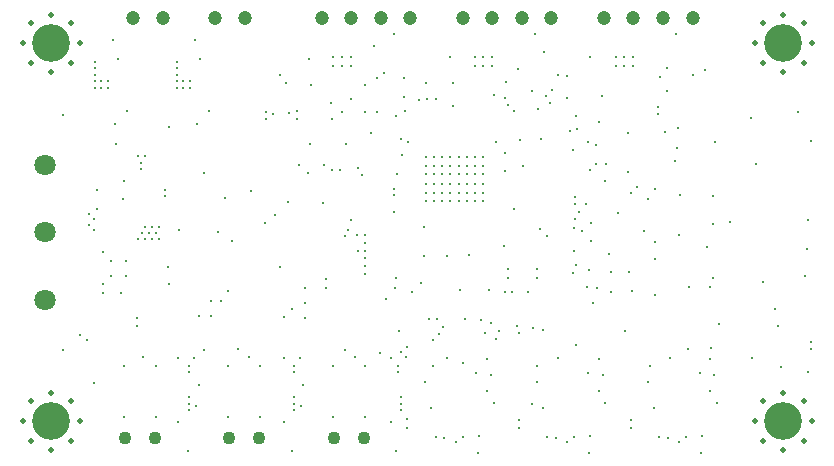
<source format=gbr>
%TF.GenerationSoftware,KiCad,Pcbnew,5.1.12-84ad8e8a86~92~ubuntu20.04.1*%
%TF.CreationDate,2021-12-22T22:50:23+01:00*%
%TF.ProjectId,uHoubolt_PCB_ECU,75486f75-626f-46c7-945f-5043425f4543,rev?*%
%TF.SameCoordinates,PX7270e00PY4c4b400*%
%TF.FileFunction,Plated,1,4,PTH,Drill*%
%TF.FilePolarity,Positive*%
%FSLAX46Y46*%
G04 Gerber Fmt 4.6, Leading zero omitted, Abs format (unit mm)*
G04 Created by KiCad (PCBNEW 5.1.12-84ad8e8a86~92~ubuntu20.04.1) date 2021-12-22 22:50:23*
%MOMM*%
%LPD*%
G01*
G04 APERTURE LIST*
%TA.AperFunction,ComponentDrill*%
%ADD10C,0.200000*%
%TD*%
%TA.AperFunction,ViaDrill*%
%ADD11C,0.300000*%
%TD*%
%TA.AperFunction,ComponentDrill*%
%ADD12C,0.300000*%
%TD*%
%TA.AperFunction,ComponentDrill*%
%ADD13C,0.500000*%
%TD*%
%TA.AperFunction,ComponentDrill*%
%ADD14C,1.100000*%
%TD*%
%TA.AperFunction,ComponentDrill*%
%ADD15C,1.200000*%
%TD*%
%TA.AperFunction,ComponentDrill*%
%ADD16C,1.800000*%
%TD*%
%TA.AperFunction,ComponentDrill*%
%ADD17C,3.200000*%
%TD*%
G04 APERTURE END LIST*
D10*
%TO.C,U2*%
X9065000Y-22465000D03*
X9065000Y-23715000D03*
X10315000Y-22465000D03*
X10315000Y-23715000D03*
%TD*%
D11*
X5000000Y-10050000D03*
X5000000Y-29950000D03*
X6450000Y-28680000D03*
X7060000Y-29100000D03*
X7200000Y-18450000D03*
X7200000Y-19350000D03*
X7650000Y-18900000D03*
X7650000Y-19800000D03*
X7650000Y-32800000D03*
X7700000Y-5550000D03*
X7700000Y-6100000D03*
X7700000Y-6650000D03*
X7700000Y-7200000D03*
X7700000Y-7750000D03*
X7850000Y-16400000D03*
X7850000Y-18050000D03*
X8250000Y-7200000D03*
X8250000Y-7750000D03*
X8350000Y-21700000D03*
X8350000Y-24350000D03*
X8400000Y-25150000D03*
X8800000Y-7200000D03*
X8800000Y-7750000D03*
X9200000Y-3750000D03*
X9400000Y-10800000D03*
X9500000Y-12550000D03*
X9650000Y-5300000D03*
X9950000Y-25150000D03*
X10050000Y-17200000D03*
X10150000Y-31300000D03*
X10150000Y-35600000D03*
X10200000Y-15700000D03*
X10450000Y-9700000D03*
X11250000Y-27300000D03*
X11250000Y-27900000D03*
X11350000Y-13550000D03*
X11350000Y-20550000D03*
X11600000Y-14100000D03*
X11600000Y-14650000D03*
X11650000Y-20050000D03*
X11750000Y-30550000D03*
X11950000Y-13550000D03*
X11950000Y-19550000D03*
X11950000Y-20550000D03*
X12250000Y-20050000D03*
X12550000Y-19550000D03*
X12550000Y-20550000D03*
X12850000Y-20050000D03*
X12850000Y-31300000D03*
X12850000Y-35600000D03*
X13150000Y-19550000D03*
X13150000Y-20550000D03*
X13600000Y-16400000D03*
X13600000Y-16950000D03*
X13849999Y-22900001D03*
X13950000Y-24350000D03*
X14000000Y-11100000D03*
X14650000Y-5550000D03*
X14650000Y-6100000D03*
X14650000Y-6650000D03*
X14650000Y-7200000D03*
X14650000Y-7750000D03*
X14700000Y-30650000D03*
X14700000Y-36050000D03*
X14800000Y-19850000D03*
X15200000Y-7200000D03*
X15200000Y-7750000D03*
X15550000Y-38500000D03*
X15700000Y-31300000D03*
X15700000Y-31850000D03*
X15700000Y-33950000D03*
X15700000Y-34500000D03*
X15700000Y-35050000D03*
X15750000Y-7200000D03*
X15750000Y-7750000D03*
X16050000Y-30650000D03*
X16150000Y-3750000D03*
X16300000Y-34750000D03*
X16350000Y-10800000D03*
X16500000Y-27075000D03*
X16500000Y-32950000D03*
X16600000Y-5300000D03*
X16900000Y-14950000D03*
X16975000Y-30000000D03*
X17400010Y-9700000D03*
X17500000Y-25799988D03*
X17500000Y-27099998D03*
X18099998Y-20000000D03*
X18360000Y-25780000D03*
X18750000Y-17100000D03*
X19000000Y-25000000D03*
X19000000Y-31300000D03*
X19000000Y-35600000D03*
X19310000Y-20730000D03*
X19800000Y-29900000D03*
X20750000Y-30550000D03*
X20910000Y-16470000D03*
X21700000Y-31300000D03*
X21700000Y-35600000D03*
X22140000Y-19190000D03*
X22200000Y-9800000D03*
X22200000Y-10400000D03*
X22800000Y-9950000D03*
X22989985Y-18539999D03*
X23350000Y-22900000D03*
X23400000Y-6700000D03*
X23725000Y-27200000D03*
X23750000Y-30650000D03*
X23750000Y-36050000D03*
X23850000Y-7350000D03*
X24050000Y-17400000D03*
X24150000Y-9900000D03*
X24350000Y-38550000D03*
X24375000Y-26540000D03*
X24550000Y-31300000D03*
X24550000Y-31850000D03*
X24550000Y-33950000D03*
X24550000Y-34500000D03*
X24550000Y-35050000D03*
X24850000Y-9750000D03*
X24850000Y-10450000D03*
X24980000Y-14320000D03*
X25053234Y-30653232D03*
X25150000Y-34750000D03*
X25350000Y-32950000D03*
X25500000Y-24700000D03*
X25500000Y-26000000D03*
X25500000Y-27250000D03*
X25750000Y-14950000D03*
X25800000Y-5350000D03*
X25950002Y-12500006D03*
X26000000Y-7550000D03*
X27000001Y-17550000D03*
X27100000Y-14300000D03*
X27300000Y-24000000D03*
X27300000Y-24700000D03*
X27649996Y-9050000D03*
X27750006Y-10450000D03*
X27800000Y-14700000D03*
X27850000Y-31300000D03*
X27850000Y-35600000D03*
X27900000Y-5200000D03*
X27900000Y-5900000D03*
X28470000Y-14700000D03*
X28600000Y-5200000D03*
X28600000Y-5900000D03*
X28600000Y-9800000D03*
X28850000Y-30000000D03*
X28900000Y-20300000D03*
X29000000Y-12500000D03*
X29120000Y-19790000D03*
X29350000Y-5200000D03*
X29350000Y-5900000D03*
X29372418Y-8699989D03*
X29400000Y-19000011D03*
X29750000Y-30550000D03*
X29920000Y-20210000D03*
X29950000Y-21600000D03*
X30000000Y-14550000D03*
X30350000Y-15149992D03*
X30550000Y-7500000D03*
X30550000Y-31300000D03*
X30550000Y-35600000D03*
X30600000Y-9800000D03*
X30600000Y-20900000D03*
X30600000Y-21550000D03*
X30600000Y-22200000D03*
X30600000Y-22850003D03*
X30600000Y-23500006D03*
X30600976Y-20225550D03*
X31100000Y-11600002D03*
X31324990Y-4200000D03*
X31600000Y-9800000D03*
X31617837Y-6973254D03*
X31875002Y-30250000D03*
X32150000Y-6550016D03*
X32309999Y-25639999D03*
X32750000Y-30650000D03*
X32750000Y-36050000D03*
X33000000Y-3250000D03*
X33050000Y-16300000D03*
X33050000Y-16850000D03*
X33050000Y-18280000D03*
X33149992Y-24750000D03*
X33186088Y-23886080D03*
X33200000Y-38550000D03*
X33219792Y-10119804D03*
X33269991Y-15050024D03*
X33400000Y-31300000D03*
X33400000Y-31850000D03*
X33450002Y-28400000D03*
X33599992Y-30150000D03*
X33600000Y-33950000D03*
X33600000Y-34500000D03*
X33600000Y-35050000D03*
X33608437Y-12130615D03*
X33696176Y-13444986D03*
X33849998Y-8550006D03*
X33850000Y-6949966D03*
X33950000Y-9700013D03*
X34000000Y-30550000D03*
X34137523Y-29691373D03*
X34150000Y-35849987D03*
X34150000Y-36599988D03*
X34250004Y-12400000D03*
X34550000Y-25100000D03*
X35150000Y-8800000D03*
X35351409Y-24323591D03*
X35550000Y-19550000D03*
X35550000Y-22050000D03*
X35650000Y-32700000D03*
D12*
%TO.C,JP2*%
X35700000Y-13650000D03*
X35700000Y-14350000D03*
X35700000Y-15050000D03*
X35700000Y-15950000D03*
X35700000Y-16650000D03*
X35700000Y-17350000D03*
%TD*%
D11*
X35750000Y-7350000D03*
X35850000Y-8750000D03*
X36000000Y-27350000D03*
X36150000Y-34900000D03*
X36350000Y-31300000D03*
X36350012Y-29109263D03*
D12*
%TO.C,JP2*%
X36400000Y-13650000D03*
X36400000Y-14350000D03*
X36400000Y-15050000D03*
X36400000Y-15950000D03*
X36400000Y-16650000D03*
X36400000Y-17350000D03*
%TD*%
D11*
X36550000Y-37349992D03*
X36600000Y-8700000D03*
X36650000Y-27350000D03*
X36800000Y-28600000D03*
D12*
%TO.C,JP2*%
X37100000Y-13650000D03*
X37100000Y-14350000D03*
X37100000Y-15050000D03*
X37100000Y-15950000D03*
X37100000Y-16650000D03*
X37100000Y-17350000D03*
%TD*%
D11*
X37199997Y-27999997D03*
X37300000Y-37450000D03*
X37500000Y-22000000D03*
X37500000Y-30650000D03*
X37750000Y-5150000D03*
D12*
%TO.C,JP2*%
X37800000Y-13650000D03*
X37800000Y-14350000D03*
X37800000Y-15050000D03*
X37800000Y-15950000D03*
X37800000Y-16650000D03*
X37800000Y-17350000D03*
%TD*%
D11*
X38050000Y-7350000D03*
X38050000Y-9300000D03*
X38250000Y-37769896D03*
D12*
%TO.C,JP2*%
X38500000Y-13650000D03*
X38500000Y-14350000D03*
X38500000Y-15050000D03*
X38500000Y-15950000D03*
X38500000Y-16650000D03*
X38500000Y-17350000D03*
%TD*%
D11*
X38650000Y-24900000D03*
X38850000Y-31050000D03*
X38850000Y-37300000D03*
X39050000Y-27350000D03*
D12*
%TO.C,JP2*%
X39200000Y-13650000D03*
X39200000Y-14350000D03*
X39200000Y-15050000D03*
X39200000Y-15950000D03*
X39200000Y-16650000D03*
X39200000Y-17350000D03*
%TD*%
D11*
X39400000Y-21950000D03*
X39850000Y-5200000D03*
X39850000Y-5900000D03*
D12*
%TO.C,JP2*%
X39900000Y-13650000D03*
X39900000Y-14350000D03*
X39900000Y-15050000D03*
X39900000Y-15950000D03*
X39900000Y-16650000D03*
X39900000Y-17350000D03*
%TD*%
D11*
X40000000Y-31900000D03*
X40100000Y-38700000D03*
X40250000Y-37250000D03*
X40350000Y-27450000D03*
X40550000Y-5200000D03*
X40550000Y-5900000D03*
D12*
%TO.C,JP2*%
X40600000Y-13650000D03*
X40600000Y-14350000D03*
X40600000Y-15050000D03*
X40600000Y-15950000D03*
X40600000Y-16650000D03*
X40600000Y-17350000D03*
%TD*%
D11*
X40700000Y-28550000D03*
X40900000Y-30750000D03*
X40900000Y-33450000D03*
X41100000Y-24924998D03*
X41200000Y-27650000D03*
X41250000Y-32100000D03*
X41300000Y-5200000D03*
X41300000Y-5900000D03*
X41450000Y-34450000D03*
X41500000Y-8399922D03*
X41623591Y-12326409D03*
X41650000Y-29050000D03*
X41950000Y-28400000D03*
X42350000Y-21200000D03*
X42400000Y-8600000D03*
X42400000Y-14850000D03*
X42400000Y-25100000D03*
X42450001Y-13300000D03*
X42500000Y-7300000D03*
X42700000Y-23100000D03*
X42700000Y-23900000D03*
X42701668Y-9200000D03*
X43050000Y-25025000D03*
X43150000Y-18050000D03*
X43175000Y-9700000D03*
X43475840Y-27900020D03*
X43553519Y-6196399D03*
X43600000Y-35900000D03*
X43600000Y-36600002D03*
X43630000Y-28539994D03*
X43700000Y-12200000D03*
X43974681Y-14374681D03*
X44375000Y-25100000D03*
X44700000Y-34500000D03*
X44725010Y-8000000D03*
X44800000Y-28100000D03*
X44950000Y-3250000D03*
X45100000Y-23100000D03*
X45100000Y-23900000D03*
X45100000Y-31350000D03*
X45100000Y-32700000D03*
X45250000Y-9599992D03*
X45400000Y-19700000D03*
X45500000Y-12100000D03*
X45600000Y-28300000D03*
X45600000Y-34900000D03*
X45750000Y-4750000D03*
X45900000Y-8500000D03*
X46000000Y-20350000D03*
X46000000Y-37350000D03*
X46250000Y-9050000D03*
X46400000Y-7950000D03*
X46750000Y-37450000D03*
X46940683Y-6709317D03*
X46950000Y-30650000D03*
X47699994Y-8600000D03*
X47700000Y-37769948D03*
X47700002Y-6800000D03*
X47891137Y-11449978D03*
X48200000Y-13000000D03*
X48200000Y-23450000D03*
X48250000Y-21550000D03*
X48300000Y-19600000D03*
X48300000Y-37300000D03*
X48346931Y-18893094D03*
X48350000Y-17000000D03*
X48350000Y-17650000D03*
X48400000Y-22800000D03*
X48450000Y-29550000D03*
X48475214Y-10150022D03*
X48550000Y-11250033D03*
X48674968Y-18275022D03*
X48946439Y-19903561D03*
X49304761Y-17649988D03*
X49400000Y-24650000D03*
X49450000Y-12350000D03*
X49450000Y-31919998D03*
X49550000Y-23200000D03*
X49550000Y-38700000D03*
X49600000Y-5150000D03*
X49650000Y-14700000D03*
X49650000Y-37250000D03*
X49700000Y-19200000D03*
X49733553Y-20716447D03*
X49837998Y-25989969D03*
X50104221Y-12599988D03*
X50150000Y-14250000D03*
X50200000Y-24700000D03*
X50350000Y-30750000D03*
X50350000Y-33450000D03*
X50400000Y-10700008D03*
X50650000Y-8500000D03*
X50700000Y-32050000D03*
X50850000Y-15650000D03*
X50900000Y-34450000D03*
X51000000Y-14200000D03*
X51200000Y-21800000D03*
X51400000Y-23400000D03*
X51400000Y-25050002D03*
X51800000Y-5200000D03*
X51800000Y-5900000D03*
X52000000Y-18350000D03*
X52500000Y-5200000D03*
X52500000Y-5900000D03*
X52600000Y-28350000D03*
X52800000Y-11599979D03*
X52800000Y-14900002D03*
X52900000Y-23400000D03*
X53050000Y-35900000D03*
X53050000Y-36600000D03*
X53100000Y-16650000D03*
X53200000Y-24950000D03*
X53250000Y-5200000D03*
X53250000Y-5900000D03*
X53600000Y-16200000D03*
X54150000Y-19900000D03*
X54550000Y-17200000D03*
X54550000Y-32700000D03*
X54700000Y-31350000D03*
X55050000Y-34900000D03*
X55100000Y-16300000D03*
X55100000Y-20800000D03*
X55100000Y-25300000D03*
X55150000Y-22300000D03*
X55400000Y-9375000D03*
X55400000Y-10025000D03*
X55450000Y-37350000D03*
X55550000Y-6850000D03*
X55999998Y-11499994D03*
X56150000Y-6100000D03*
X56150000Y-8050000D03*
X56200000Y-37450000D03*
X56400000Y-30650000D03*
X56850000Y-14000000D03*
X56900000Y-3250000D03*
X56950000Y-12850000D03*
X57100000Y-11200000D03*
X57150000Y-20200000D03*
X57150000Y-37769800D03*
X57200000Y-16850000D03*
X57750000Y-37300000D03*
X57900000Y-29850000D03*
X58000000Y-24650000D03*
X58350000Y-6650000D03*
X58900000Y-31900000D03*
X59000000Y-38700000D03*
X59100000Y-37250000D03*
X59350000Y-6300000D03*
X59550000Y-21250000D03*
X59800000Y-24650000D03*
X59800000Y-30750000D03*
X59800000Y-33450000D03*
X59850000Y-29800000D03*
X60000000Y-16900000D03*
X60050000Y-23850000D03*
X60075000Y-19300000D03*
X60150000Y-32050000D03*
X60175000Y-12350000D03*
X60350000Y-34450000D03*
X60550000Y-27750000D03*
X61500000Y-19150000D03*
X63250000Y-10350000D03*
X63300000Y-30649998D03*
X63700000Y-14200000D03*
X64300000Y-24200000D03*
X65250000Y-26500000D03*
X65500000Y-27900000D03*
X65800000Y-31450000D03*
X67200000Y-9850000D03*
X67850000Y-23700000D03*
X68000000Y-21450000D03*
X68100000Y-19000000D03*
X68100000Y-31850000D03*
X68300000Y-12300000D03*
X68300000Y-29275000D03*
X68300000Y-29925000D03*
D13*
%TO.C,H1*%
X1600000Y-4000000D03*
%TO.C,H2*%
X1600000Y-36000000D03*
%TO.C,H1*%
X2302944Y-2302944D03*
X2302944Y-5697056D03*
%TO.C,H2*%
X2302944Y-34302944D03*
X2302944Y-37697056D03*
%TO.C,H1*%
X4000000Y-1600000D03*
X4000000Y-6400000D03*
%TO.C,H2*%
X4000000Y-33600000D03*
X4000000Y-38400000D03*
%TO.C,H1*%
X5697056Y-2302944D03*
X5697056Y-5697056D03*
%TO.C,H2*%
X5697056Y-34302944D03*
X5697056Y-37697056D03*
%TO.C,H1*%
X6400000Y-4000000D03*
%TO.C,H2*%
X6400000Y-36000000D03*
%TO.C,H3*%
X63600000Y-4000000D03*
%TO.C,H4*%
X63600000Y-36000000D03*
%TO.C,H3*%
X64302944Y-2302944D03*
X64302944Y-5697056D03*
%TO.C,H4*%
X64302944Y-34302944D03*
X64302944Y-37697056D03*
%TO.C,H3*%
X66000000Y-1600000D03*
X66000000Y-6400000D03*
%TO.C,H4*%
X66000000Y-33600000D03*
X66000000Y-38400000D03*
%TO.C,H3*%
X67697056Y-2302944D03*
X67697056Y-5697056D03*
%TO.C,H4*%
X67697056Y-34302944D03*
X67697056Y-37697056D03*
%TO.C,H3*%
X68400000Y-4000000D03*
%TO.C,H4*%
X68400000Y-36000000D03*
D14*
%TO.C,J22*%
X10230000Y-37400000D03*
X12770000Y-37400000D03*
%TO.C,J21*%
X19080000Y-37400000D03*
X21620000Y-37400000D03*
%TO.C,J11*%
X27930000Y-37400000D03*
X30470000Y-37400000D03*
D15*
%TO.C,J10*%
X10960000Y-1850000D03*
X13460000Y-1850000D03*
%TO.C,J20*%
X17910000Y-1850000D03*
X20410000Y-1850000D03*
%TO.C,J18*%
X26900000Y-1850000D03*
X29400000Y-1850000D03*
X31900000Y-1850000D03*
X34400000Y-1850000D03*
%TO.C,J19*%
X38850000Y-1850000D03*
X41350000Y-1850000D03*
X43850000Y-1850000D03*
X46350000Y-1850000D03*
%TO.C,J9*%
X50800000Y-1850000D03*
X53300000Y-1850000D03*
X55800000Y-1850000D03*
X58300000Y-1850000D03*
D16*
%TO.C,J1*%
X3500000Y-14300000D03*
X3500000Y-20000000D03*
X3500000Y-25700000D03*
D17*
%TO.C,H1*%
X4000000Y-4000000D03*
%TO.C,H2*%
X4000000Y-36000000D03*
%TO.C,H3*%
X66000000Y-4000000D03*
%TO.C,H4*%
X66000000Y-36000000D03*
M02*

</source>
